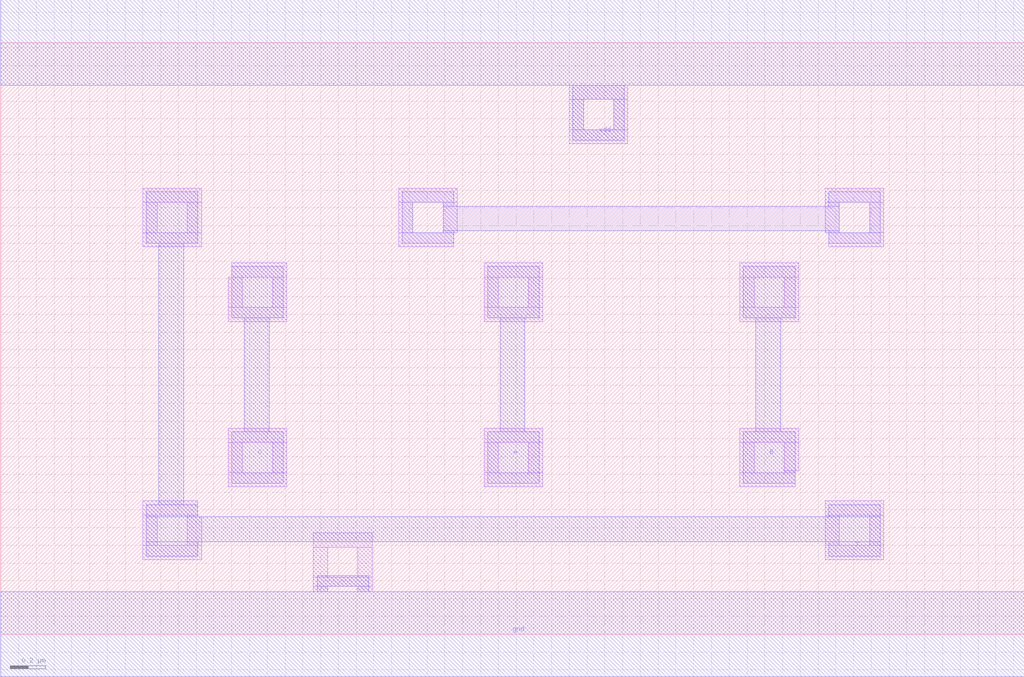
<source format=lef>
VERSION 5.7 ;
  NOWIREEXTENSIONATPIN ON ;
  DIVIDERCHAR "/" ;
  BUSBITCHARS "[]" ;
MACRO AOI21X1
  CLASS CORE ;
  FOREIGN AOI21X1 ;
  ORIGIN 0.000 0.000 ;
  SIZE 5.760 BY 3.330 ;
  SYMMETRY X Y R90 ;
  SITE unit ;
  PIN vdd
    DIRECTION INOUT ;
    USE POWER ;
    SHAPE ABUTMENT ;
    PORT
      LAYER met1 ;
        RECT 0.000 3.090 5.760 3.570 ;
        RECT 3.220 3.010 3.510 3.090 ;
        RECT 3.220 2.840 3.280 3.010 ;
        RECT 3.450 2.840 3.510 3.010 ;
        RECT 3.220 2.780 3.510 2.840 ;
    END
  END vdd
  PIN gnd
    DIRECTION INOUT ;
    USE POWER ;
    SHAPE ABUTMENT ;
    PORT
      LAYER met1 ;
        RECT 1.780 0.270 2.070 0.330 ;
        RECT 1.780 0.240 1.840 0.270 ;
        RECT 2.010 0.240 2.070 0.270 ;
        RECT 0.000 -0.240 5.760 0.240 ;
    END
  END gnd
  PIN Y
    DIRECTION INOUT ;
    USE SIGNAL ;
    SHAPE ABUTMENT ;
    PORT
      LAYER met1 ;
        RECT 0.820 2.200 1.110 2.490 ;
        RECT 0.890 0.730 1.030 2.200 ;
        RECT 0.820 0.660 1.110 0.730 ;
        RECT 4.660 0.660 4.950 0.730 ;
        RECT 0.820 0.520 4.950 0.660 ;
        RECT 0.820 0.440 1.110 0.520 ;
        RECT 4.660 0.440 4.950 0.520 ;
    END
  END Y
  PIN B
    DIRECTION INOUT ;
    USE SIGNAL ;
    SHAPE ABUTMENT ;
    PORT
      LAYER met1 ;
        RECT 4.180 1.780 4.470 2.070 ;
        RECT 4.250 1.140 4.390 1.780 ;
        RECT 4.180 0.850 4.470 1.140 ;
    END
  END B
  PIN C
    DIRECTION INOUT ;
    USE SIGNAL ;
    SHAPE ABUTMENT ;
    PORT
      LAYER met1 ;
        RECT 1.300 1.780 1.590 2.070 ;
        RECT 1.370 1.140 1.510 1.780 ;
        RECT 1.300 0.850 1.590 1.140 ;
    END
  END C
  PIN A
    DIRECTION INOUT ;
    USE SIGNAL ;
    SHAPE ABUTMENT ;
    PORT
      LAYER met1 ;
        RECT 2.740 1.780 3.030 2.070 ;
        RECT 2.810 1.140 2.950 1.780 ;
        RECT 2.740 0.850 3.030 1.140 ;
    END
  END A
  OBS
      LAYER li1 ;
        RECT 3.200 3.010 3.530 3.090 ;
        RECT 3.200 2.840 3.280 3.010 ;
        RECT 3.450 2.840 3.530 3.010 ;
        RECT 3.200 2.760 3.530 2.840 ;
        RECT 0.800 2.430 1.130 2.510 ;
        RECT 0.800 2.260 0.880 2.430 ;
        RECT 1.050 2.260 1.130 2.430 ;
        RECT 0.800 2.180 1.130 2.260 ;
        RECT 2.240 2.430 2.570 2.510 ;
        RECT 2.240 2.260 2.320 2.430 ;
        RECT 2.490 2.260 2.570 2.430 ;
        RECT 4.640 2.430 4.970 2.510 ;
        RECT 4.640 2.260 4.720 2.430 ;
        RECT 4.890 2.260 4.970 2.430 ;
        RECT 2.240 2.180 2.550 2.260 ;
        RECT 4.660 2.180 4.970 2.260 ;
        RECT 1.300 2.010 1.610 2.090 ;
        RECT 1.280 1.840 1.360 2.010 ;
        RECT 1.530 1.840 1.610 2.010 ;
        RECT 1.280 1.760 1.610 1.840 ;
        RECT 2.720 2.010 3.050 2.090 ;
        RECT 2.720 1.840 2.800 2.010 ;
        RECT 2.970 1.840 3.050 2.010 ;
        RECT 2.720 1.760 3.050 1.840 ;
        RECT 4.160 2.010 4.490 2.090 ;
        RECT 4.160 1.840 4.240 2.010 ;
        RECT 4.410 1.840 4.490 2.010 ;
        RECT 4.160 1.760 4.490 1.840 ;
        RECT 1.280 1.080 1.610 1.160 ;
        RECT 1.280 0.910 1.360 1.080 ;
        RECT 1.530 0.910 1.610 1.080 ;
        RECT 1.280 0.830 1.610 0.910 ;
        RECT 2.720 1.080 3.050 1.160 ;
        RECT 2.720 0.910 2.800 1.080 ;
        RECT 2.970 0.910 3.050 1.080 ;
        RECT 2.720 0.830 3.050 0.910 ;
        RECT 4.160 1.080 4.490 1.160 ;
        RECT 4.160 0.910 4.240 1.080 ;
        RECT 4.410 0.920 4.490 1.080 ;
        RECT 4.410 0.910 4.470 0.920 ;
        RECT 4.160 0.830 4.470 0.910 ;
        RECT 0.800 0.670 1.110 0.750 ;
        RECT 0.800 0.500 0.880 0.670 ;
        RECT 1.050 0.660 1.110 0.670 ;
        RECT 4.640 0.670 4.970 0.750 ;
        RECT 1.050 0.500 1.130 0.660 ;
        RECT 0.800 0.420 1.130 0.500 ;
        RECT 1.760 0.490 2.090 0.570 ;
        RECT 1.760 0.320 1.840 0.490 ;
        RECT 2.010 0.320 2.090 0.490 ;
        RECT 4.640 0.500 4.720 0.670 ;
        RECT 4.890 0.500 4.970 0.670 ;
        RECT 4.640 0.420 4.970 0.500 ;
        RECT 1.760 0.270 2.090 0.320 ;
        RECT 1.760 0.240 1.840 0.270 ;
        RECT 2.010 0.240 2.090 0.270 ;
      LAYER met1 ;
        RECT 2.260 2.430 2.550 2.490 ;
        RECT 2.260 2.260 2.320 2.430 ;
        RECT 2.490 2.410 2.550 2.430 ;
        RECT 4.660 2.430 4.950 2.490 ;
        RECT 4.660 2.410 4.720 2.430 ;
        RECT 2.490 2.270 4.720 2.410 ;
        RECT 2.490 2.260 2.550 2.270 ;
        RECT 2.260 2.200 2.550 2.260 ;
        RECT 4.660 2.260 4.720 2.270 ;
        RECT 4.890 2.260 4.950 2.430 ;
        RECT 4.660 2.200 4.950 2.260 ;
  END
END AOI21X1
END LIBRARY


</source>
